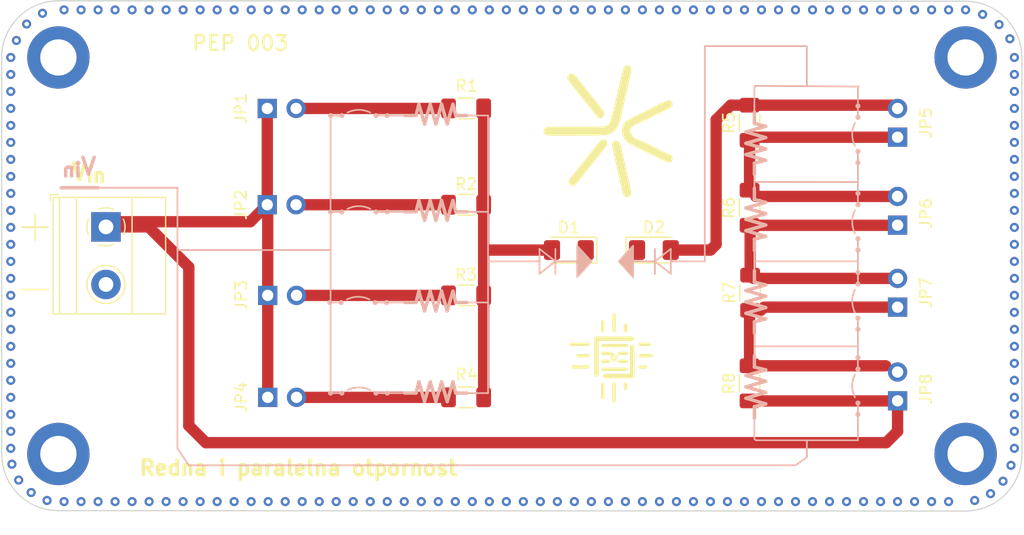
<source format=kicad_pcb>
(kicad_pcb (version 20240108) (generator "pcbnew") (generator_version "8.0")
  (layers (0 "F.Cu" signal) (31 "B.Cu" signal) (34 "B.Paste" user) (35 "F.Paste" user) (36 "B.SilkS" user "B.Silkscreen") (37 "F.SilkS" user "F.Silkscreen") (38 "B.Mask" user) (39 "F.Mask" user) (44 "Edge.Cuts" user))
  (net 0 "")
  (net 1 "0")
  (net 2 "9V")
  (footprint "PEP_library:ele_petnica_logo" (layer "F.Cu") (at 158 92.5)
    (property "Reference" "REF**" (hide yes))
    (property "Value" "ele_petnica_logo" (hide yes))
  )
  (footprint "PEP_library:JP_silk_symbol" (layer "F.Cu") (at 179.5 95)
    (property "Reference" "REF**" (hide yes))
    (property "Value" "JP_silk_symbol")
  )
  (footprint "PEP_library:R_silk_symbol" (layer "F.Cu") (at 170.375 75.2875)
    (property "Reference" "REF**" (hide yes))
    (property "Value" "R_silk_symbol")
  )
  (footprint "PEP_library:JP_silk_symbol" (layer "F.Cu") (at 179.5 87.5)
    (property "Reference" "REF**" (hide yes))
    (property "Value" "JP_silk_symbol")
  )
  (footprint "Resistor_SMD:R_1206_3216Metric_Pad1.30x1.75mm_HandSolder" (layer "F.Cu") (at 170 86.765 90)
    (property "Reference" "R7" (at 0 -1.82 90) (layer "F.SilkS"))
    (property "Value" "47k")
    (pad "1" smd roundrect (at -1.55 0 90) (size 1.3 1.75) (layers "F.Cu" "F.Paste" "F.Mask") (roundrect_rratio 0.192308))
    (pad "2" smd roundrect (at 1.55 0 90) (size 1.3 1.75) (layers "F.Cu" "F.Paste" "F.Mask") (roundrect_rratio 0.192308))
  )
  (footprint "Connector_PinHeader_2.54mm:PinHeader_1x02_P2.54mm_Vertical" (layer "F.Cu") (at 127.46 87 90)
    (property "Reference" "JP3" (at 0 -2.33 90) (layer "F.SilkS"))
    (property "Value" "Jumper")
    (pad "1" thru_hole rect (at 0 0 90) (size 1.7 1.7) (drill 1) (layers "*.Cu" "*.Mask") (net 2 "9V"))
    (pad "2" thru_hole oval (at 0 2.54 90) (size 1.7 1.7) (drill 1) (layers "*.Cu" "*.Mask"))
  )
  (footprint "TerminalBlock_Phoenix:TerminalBlock_Phoenix_MKDS-1,5-2-5.08_1x02_P5.08mm_Horizontal" (layer "F.Cu") (at 113.195 80.955 -90)
    (property "Reference" "J2" (hide yes))
    (property "Value" "Screw_Terminal_01x02")
    (pad "1" thru_hole rect (at 0 0 270) (size 2.6 2.6) (drill 1.3) (layers "*.Cu" "*.Mask") (net 2 "9V"))
    (pad "2" thru_hole circle (at 5.08 0 270) (size 2.6 2.6) (drill 1.3) (layers "*.Cu" "*.Mask") (net 1 "0"))
  )
  (footprint "PEP_library:R_silk_symbol" (layer "F.Cu") (at 170.375 68.575)
    (property "Reference" "REF**" (hide yes))
    (property "Value" "R_silk_symbol")
  )
  (footprint "Resistor_SMD:R_1206_3216Metric_Pad1.30x1.75mm_HandSolder" (layer "F.Cu") (at 169.95 71.765 90)
    (property "Reference" "R5" (at 0 -1.82 90) (layer "F.SilkS"))
    (property "Value" "47k")
    (pad "1" smd roundrect (at -1.55 0 90) (size 1.3 1.75) (layers "F.Cu" "F.Paste" "F.Mask") (roundrect_rratio 0.192308))
    (pad "2" smd roundrect (at 1.55 0 90) (size 1.3 1.75) (layers "F.Cu" "F.Paste" "F.Mask") (roundrect_rratio 0.192308))
  )
  (footprint "Connector_PinHeader_2.54mm:PinHeader_1x02_P2.54mm_Vertical" (layer "F.Cu") (at 127.42 70.5 90)
    (property "Reference" "JP1" (at 0 -2.33 90) (layer "F.SilkS"))
    (property "Value" "Jumper")
    (pad "1" thru_hole rect (at 0 0 90) (size 1.7 1.7) (drill 1) (layers "*.Cu" "*.Mask") (net 2 "9V"))
    (pad "2" thru_hole oval (at 0 2.54 90) (size 1.7 1.7) (drill 1) (layers "*.Cu" "*.Mask"))
  )
  (footprint "PEP_library:R_silk_symbol" (layer "F.Cu") (at 137.2875 79.625 90)
    (property "Reference" "REF**" (hide yes))
    (property "Value" "R_silk_symbol")
  )
  (footprint "Connector_PinHeader_2.54mm:PinHeader_1x02_P2.54mm_Vertical" (layer "F.Cu") (at 183 88.04 180)
    (property "Reference" "JP7" (at -2.5 1.275 90) (layer "F.SilkS"))
    (property "Value" "Jumper")
    (pad "1" thru_hole rect (at 0 0 180) (size 1.7 1.7) (drill 1) (layers "*.Cu" "*.Mask"))
    (pad "2" thru_hole oval (at 0 2.54 180) (size 1.7 1.7) (drill 1) (layers "*.Cu" "*.Mask"))
  )
  (footprint "LED_SMD:LED_1206_3216Metric_Pad1.42x1.75mm_HandSolder" (layer "F.Cu") (at 154.0125 83 180)
    (property "Reference" "D1" (at 0 2 0) (layer "F.SilkS"))
    (property "Value" "LED")
    (pad "1" smd roundrect (at -1.4875 0 180) (size 1.425 1.75) (layers "F.Cu" "F.Paste" "F.Mask") (roundrect_rratio 0.175439) (net 1 "0"))
    (pad "2" smd roundrect (at 1.4875 0 180) (size 1.425 1.75) (layers "F.Cu" "F.Paste" "F.Mask") (roundrect_rratio 0.175439))
  )
  (footprint "PEP_library:R_silk_symbol" (layer "F.Cu") (at 137.2875 95.625 90)
    (property "Reference" "REF**" (hide yes))
    (property "Value" "R_silk_symbol")
  )
  (footprint "Resistor_SMD:R_1206_3216Metric_Pad1.30x1.75mm_HandSolder" (layer "F.Cu") (at 144.95 79)
    (property "Reference" "R2" (at 0 -1.82 0) (layer "F.SilkS"))
    (property "Value" "470")
    (pad "1" smd roundrect (at -1.55 0) (size 1.3 1.75) (layers "F.Cu" "F.Paste" "F.Mask") (roundrect_rratio 0.192308))
    (pad "2" smd roundrect (at 1.55 0) (size 1.3 1.75) (layers "F.Cu" "F.Paste" "F.Mask") (roundrect_rratio 0.192308))
  )
  (footprint "PEP_library:R_silk_symbol" (layer "F.Cu") (at 137.2875 87.625 90)
    (property "Reference" "REF**" (hide yes))
    (property "Value" "R_silk_symbol")
  )
  (footprint "PEP_library:R_silk_symbol" (layer "F.Cu") (at 137.2875 71.125 90)
    (property "Reference" "REF**" (hide yes))
    (property "Value" "R_silk_symbol")
  )
  (footprint "Resistor_SMD:R_1206_3216Metric_Pad1.30x1.75mm_HandSolder" (layer "F.Cu") (at 169.95 79.265 90)
    (property "Reference" "R6" (at 0 -1.82 90) (layer "F.SilkS"))
    (property "Value" "4.7k")
    (pad "1" smd roundrect (at -1.55 0 90) (size 1.3 1.75) (layers "F.Cu" "F.Paste" "F.Mask") (roundrect_rratio 0.192308))
    (pad "2" smd roundrect (at 1.55 0 90) (size 1.3 1.75) (layers "F.Cu" "F.Paste" "F.Mask") (roundrect_rratio 0.192308))
  )
  (footprint "Connector_PinHeader_2.54mm:PinHeader_1x02_P2.54mm_Vertical" (layer "F.Cu") (at 183 73.04 180)
    (property "Reference" "JP5" (at -2.5 1.275 90) (layer "F.SilkS"))
    (property "Value" "Jumper")
    (pad "1" thru_hole rect (at 0 0 180) (size 1.7 1.7) (drill 1) (layers "*.Cu" "*.Mask"))
    (pad "2" thru_hole oval (at 0 2.54 180) (size 1.7 1.7) (drill 1) (layers "*.Cu" "*.Mask"))
  )
  (footprint "PEP_library:JP_silk_symbol" (layer "F.Cu") (at 135.5 95.625 -90)
    (property "Reference" "REF**" (hide yes))
    (property "Value" "JP_silk_symbol")
  )
  (footprint "Connector_PinHeader_2.54mm:PinHeader_1x02_P2.54mm_Vertical" (layer "F.Cu") (at 127.46 96 90)
    (property "Reference" "JP4" (at 0 -2.33 90) (layer "F.SilkS"))
    (property "Value" "Jumper")
    (pad "1" thru_hole rect (at 0 0 90) (size 1.7 1.7) (drill 1) (layers "*.Cu" "*.Mask") (net 2 "9V"))
    (pad "2" thru_hole oval (at 0 2.54 90) (size 1.7 1.7) (drill 1) (layers "*.Cu" "*.Mask"))
  )
  (footprint "PEP_library:JP_silk_symbol" (layer "F.Cu") (at 135.4375 87.625 -90)
    (property "Reference" "REF**" (hide yes))
    (property "Value" "JP_silk_symbol")
  )
  (footprint "PEP_library:JP_silk_symbol" (layer "F.Cu") (at 135.5 71.125 -90)
    (property "Reference" "REF**" (hide yes))
    (property "Value" "JP_silk_symbol")
  )
  (footprint "PEP_library:R_silk_symbol" (layer "F.Cu") (at 170.375 90.075)
    (property "Reference" "REF**" (hide yes))
    (property "Value" "R_silk_symbol")
  )
  (footprint "PEP_library:JP_silk_symbol" (layer "F.Cu") (at 179.5 80.5)
    (property "Reference" "REF**" (hide yes))
    (property "Value" "JP_silk_symbol")
  )
  (footprint "MountingHole:MountingHole_3.2mm_M3_ISO14580_Pad_TopBottom" (layer "F.Cu") (at 109 66)
    (property "Reference" "H2" (hide yes))
    (property "Value" "MountingHole")
    (pad "1" thru_hole circle (at 0 0) (size 3.6 3.6) (drill 3.2) (layers "*.Cu" "*.Mask"))
    (pad "1" connect circle (at 0 0) (size 5.5 5.5) (layers "F.Cu" "F.Mask"))
    (pad "1" connect circle (at 0 0) (size 5.5 5.5) (layers "B.Cu" "B.Mask"))
  )
  (footprint "Connector_PinHeader_2.54mm:PinHeader_1x02_P2.54mm_Vertical" (layer "F.Cu") (at 183 96.305 180)
    (property "Reference" "JP8" (at -2.5 1.04 -90) (layer "F.SilkS"))
    (property "Value" "Jumper")
    (pad "1" thru_hole rect (at 0 0 180) (size 1.7 1.7) (drill 1) (layers "*.Cu" "*.Mask") (net 2 "9V"))
    (pad "2" thru_hole oval (at 0 2.54 180) (size 1.7 1.7) (drill 1) (layers "*.Cu" "*.Mask"))
  )
  (footprint "Resistor_SMD:R_1206_3216Metric_Pad1.30x1.75mm_HandSolder" (layer "F.Cu") (at 169.95 94.765 90)
    (property "Reference" "R8" (at 0 -1.82 90) (layer "F.SilkS"))
    (property "Value" "470")
    (pad "1" smd roundrect (at -1.55 0 90) (size 1.3 1.75) (layers "F.Cu" "F.Paste" "F.Mask") (roundrect_rratio 0.192308) (net 2 "9V"))
    (pad "2" smd roundrect (at 1.55 0 90) (size 1.3 1.75) (layers "F.Cu" "F.Paste" "F.Mask") (roundrect_rratio 0.192308))
  )
  (footprint "Resistor_SMD:R_1206_3216Metric_Pad1.30x1.75mm_HandSolder" (layer "F.Cu") (at 144.95 70.5 180)
    (property "Reference" "R1" (at -0.05 2 0) (layer "F.SilkS"))
    (property "Value" "4.7k")
    (pad "1" smd roundrect (at -1.55 0 180) (size 1.3 1.75) (layers "F.Cu" "F.Paste" "F.Mask") (roundrect_rratio 0.192308))
    (pad "2" smd roundrect (at 1.55 0 180) (size 1.3 1.75) (layers "F.Cu" "F.Paste" "F.Mask") (roundrect_rratio 0.192308))
  )
  (footprint "LED_SMD:LED_1206_3216Metric_Pad1.42x1.75mm_HandSolder" (layer "F.Cu") (at 161.5125 83)
    (property "Reference" "D2" (at 0 -2 0) (layer "F.SilkS"))
    (property "Value" "LED")
    (pad "1" smd roundrect (at -1.4875 0) (size 1.425 1.75) (layers "F.Cu" "F.Paste" "F.Mask") (roundrect_rratio 0.175439) (net 1 "0"))
    (pad "2" smd roundrect (at 1.4875 0) (size 1.425 1.75) (layers "F.Cu" "F.Paste" "F.Mask") (roundrect_rratio 0.175439))
  )
  (footprint "Resistor_SMD:R_1206_3216Metric_Pad1.30x1.75mm_HandSolder" (layer "F.Cu") (at 144.95 96 180)
    (property "Reference" "R4" (at -0.05 2 0) (layer "F.SilkS"))
    (property "Value" "4.7k")
    (pad "1" smd roundrect (at -1.55 0 180) (size 1.3 1.75) (layers "F.Cu" "F.Paste" "F.Mask") (roundrect_rratio 0.192308))
    (pad "2" smd roundrect (at 1.55 0 180) (size 1.3 1.75) (layers "F.Cu" "F.Paste" "F.Mask") (roundrect_rratio 0.192308))
  )
  (footprint "logo:logo" (layer "F.Cu") (at 157.5 72.5)
    (property "Reference" "G***" (hide yes))
    (property "Value" "LOGO" (hide yes))
  )
  (footprint "Resistor_SMD:R_1206_3216Metric_Pad1.30x1.75mm_HandSolder" (layer "F.Cu") (at 144.95 87)
    (property "Reference" "R3" (at 0 -1.82 0) (layer "F.SilkS"))
    (property "Value" "470")
    (pad "1" smd roundrect (at -1.55 0) (size 1.3 1.75) (layers "F.Cu" "F.Paste" "F.Mask") (roundrect_rratio 0.192308))
    (pad "2" smd roundrect (at 1.55 0) (size 1.3 1.75) (layers "F.Cu" "F.Paste" "F.Mask") (roundrect_rratio 0.192308))
  )
  (footprint "PEP_library:R_silk_symbol" (layer "F.Cu") (at 170.375 82.575)
    (property "Reference" "REF**" (hide yes))
    (property "Value" "R_silk_symbol")
  )
  (footprint "PEP_library:JP_silk_symbol" (layer "F.Cu") (at 179.5 72.7875)
    (property "Reference" "REF**" (hide yes))
    (property "Value" "JP_silk_symbol")
  )
  (footprint "MountingHole:MountingHole_3.2mm_M3_ISO14580_Pad_TopBottom" (layer "F.Cu") (at 109 101 -90)
    (property "Reference" "H1" (hide yes))
    (property "Value" "MountingHole")
    (pad "1" thru_hole circle (at 0 0 270) (size 3.6 3.6) (drill 3.2) (layers "*.Cu" "*.Mask"))
    (pad "1" connect circle (at 0 0 270) (size 5.5 5.5) (layers "F.Cu" "F.Mask"))
    (pad "1" connect circle (at 0 0 270) (size 5.5 5.5) (layers "B.Cu" "B.Mask"))
  )
  (footprint "PEP_library:JP_silk_symbol" (layer "F.Cu") (at 135.5 79.625 -90)
    (property "Reference" "REF**" (hide yes))
    (property "Value" "JP_silk_symbol")
  )
  (footprint "MountingHole:MountingHole_3.2mm_M3_ISO14580_Pad_TopBottom" (layer "F.Cu") (at 189 66)
    (property "Reference" "H3" (hide yes))
    (property "Value" "MountingHole")
    (pad "1" thru_hole circle (at 0 0) (size 3.6 3.6) (drill 3.2) (layers "*.Cu" "*.Mask"))
    (pad "1" connect circle (at 0 0) (size 5.5 5.5) (layers "F.Cu" "F.Mask"))
    (pad "1" connect circle (at 0 0) (size 5.5 5.5) (layers "B.Cu" "B.Mask"))
  )
  (footprint "MountingHole:MountingHole_3.2mm_M3_ISO14580_Pad_TopBottom" (layer "F.Cu") (at 189 101)
    (property "Reference" "H4" (hide yes))
    (property "Value" "MountingHole")
    (pad "1" thru_hole circle (at 0 0) (size 3.6 3.6) (drill 3.2) (layers "*.Cu" "*.Mask"))
    (pad "1" connect circle (at 0 0) (size 5.5 5.5) (layers "F.Cu" "F.Mask"))
    (pad "1" connect circle (at 0 0) (size 5.5 5.5) (layers "B.Cu" "B.Mask"))
  )
  (footprint "Connector_PinHeader_2.54mm:PinHeader_1x02_P2.54mm_Vertical" (layer "F.Cu") (at 127.42 79 90)
    (property "Reference" "JP2" (at 0 -2.33 90) (layer "F.SilkS"))
    (property "Value" "Jumper")
    (pad "1" thru_hole rect (at 0 0 90) (size 1.7 1.7) (drill 1) (layers "*.Cu" "*.Mask") (net 2 "9V"))
    (pad "2" thru_hole oval (at 0 2.54 90) (size 1.7 1.7) (drill 1) (layers "*.Cu" "*.Mask"))
  )
  (footprint "Connector_PinHeader_2.54mm:PinHeader_1x02_P2.54mm_Vertical" (layer "F.Cu") (at 183 80.805 180)
    (property "Reference" "JP6" (at -2.5 1.04 -90) (layer "F.SilkS"))
    (property "Value" "Jumper")
    (pad "1" thru_hole rect (at 0 0 180) (size 1.7 1.7) (drill 1) (layers "*.Cu" "*.Mask"))
    (pad "2" thru_hole oval (at 0 2.54 180) (size 1.7 1.7) (drill 1) (layers "*.Cu" "*.Mask"))
  )
  (gr_line (start 151.423982 82.89638) (end 152.823982 83.99638) (stroke (width 0.15)) (layer "B.SilkS"))
  (gr_line (start 170.375 99.675) (end 170.5 99.7875) (stroke (width 0.15)) (layer "B.SilkS"))
  (gr_line (start 174 102) (end 123.5 102) (stroke (width 0.15)) (layer "B.SilkS"))
  (gr_poly (pts (xy 154.75 82.625) (xy 154.75 85.375) (xy 156 84)) (stroke (width 0.15)) (fill solid) (layer "B.SilkS"))
  (gr_line (start 179.499996 83.145773) (end 179.504223 85.854227) (stroke (width 0.15)) (layer "B.SilkS"))
  (gr_line (start 175 68.5375) (end 175 65) (stroke (width 0.15)) (layer "B.SilkS"))
  (gr_line (start 119.5 100.5) (end 119.5 77.5) (stroke (width 0.15)) (layer "B.SilkS"))
  (gr_line (start 179.5625 68.56875) (end 179.5 68.7875) (stroke (width 0.15)) (layer "B.SilkS"))
  (gr_line (start 166 65) (end 166 84) (stroke (width 0.15)) (layer "B.SilkS"))
  (gr_line (start 133 71.270769) (end 133 95.770769) (stroke (width 0.15)) (layer "B.SilkS"))
  (gr_line (start 179.499996 74.7875) (end 179.499996 78) (stroke (width 0.15)) (layer "B.SilkS"))
  (gr_line (start 170.4375 68.50625) (end 179.5625 68.56875) (stroke (width 0.15)) (layer "B.SilkS"))
  (gr_line (start 161.6 85.09638) (end 161.6 82.89638) (stroke (width 0.15)) (layer "B.SilkS"))
  (gr_line (start 179.499996 97.5) (end 179.5 99.2875) (stroke (width 0.15)) (layer "B.SilkS"))
  (gr_line (start 170.4375 68.50625) (end 170.375 68.725) (stroke (width 0.15)) (layer "B.SilkS"))
  (gr_line (start 151.423982 85.09638) (end 151.423982 82.89638) (stroke (width 0.15)) (layer "B.SilkS"))
  (gr_line (start 170.5 84) (end 179.5 84) (stroke (width 0.15)) (layer "B.SilkS"))
  (gr_line (start 170.5 91.5) (end 179.5 91.5) (stroke (width 0.15)) (layer "B.SilkS"))
  (gr_line (start 179.5 99.2875) (end 179.5 99.7875) (stroke (width 0.15)) (layer "B.SilkS"))
  (gr_line (start 120.5 102) (end 119.5 100.5) (stroke (width 0.15)) (layer "B.SilkS"))
  (gr_line (start 152.823982 83.99638) (end 151.423982 85.09638) (stroke (width 0.15)) (layer "B.SilkS"))
  (gr_line (start 163 85.09638) (end 163 82.89638) (stroke (width 0.15)) (layer "B.SilkS"))
  (gr_line (start 161.6 83.99638) (end 163 85.09638) (stroke (width 0.15)) (layer "B.SilkS"))
  (gr_line (start 110 77.5) (end 119.5 77.5) (stroke (width 0.15)) (layer "B.SilkS"))
  (gr_line (start 174 102) (end 175 101.2875) (stroke (width 0.15)) (layer "B.SilkS"))
  (gr_line (start 163 82.89638) (end 161.6 83.99638) (stroke (width 0.15)) (layer "B.SilkS"))
  (gr_line (start 175 99.7875) (end 175 101.2875) (stroke (width 0.15)) (layer "B.SilkS"))
  (gr_line (start 123.5 102) (end 120.5 102) (stroke (width 0.15)) (layer "B.SilkS"))
  (gr_line (start 179.504223 70.2875) (end 179.5 68.7875) (stroke (width 0.15)) (layer "B.SilkS"))
  (gr_line (start 146.8875 71.125) (end 146.8875 95.625) (stroke (width 0.15)) (layer "B.SilkS"))
  (gr_line (start 175 65) (end 166 65) (stroke (width 0.15)) (layer "B.SilkS"))
  (gr_line (start 179.499996 90) (end 179.504223 92.5) (stroke (width 0.15)) (layer "B.SilkS"))
  (gr_line (start 170.5 99.7875) (end 179.5 99.7875) (stroke (width 0.15)) (layer "B.SilkS"))
  (gr_line (start 166 84) (end 163 83.99638) (stroke (width 0.15)) (layer "B.SilkS"))
  (gr_line (start 152.823982 85.09638) (end 152.823982 82.89638) (stroke (width 0.15)) (layer "B.SilkS"))
  (gr_line (start 170.375 76.9875) (end 179.5 77) (stroke (width 0.15)) (layer "B.SilkS"))
  (gr_line (start 152.823982 83.99638) (end 155.5 84) (stroke (width 0.15)) (layer "B.SilkS"))
  (gr_line (start 119.5 77.5) (end 113.5 77.5) (stroke (width 0.15)) (layer "B.SilkS"))
  (gr_poly (pts (xy 159.673982 82.625) (xy 159.673982 85.375) (xy 158.423982 84)) (stroke (width 0.15)) (fill solid) (layer "B.SilkS"))
  (gr_line (start 151.423982 83.99638) (end 147 84) (stroke (width 0.15)) (layer "B.SilkS"))
  (gr_line (start 112.5 77.5) (end 109.25 77.5) (stroke (width 0.3)) (layer "B.SilkS"))
  (gr_line (start 119.5 83) (end 133 83) (stroke (width 0.15)) (layer "B.SilkS"))
  (gr_line (start 161.6 83.99638) (end 158.923982 84) (stroke (width 0.15)) (layer "B.SilkS"))
  (gr_line (start 193.964466 101.035534) (end 193.964464 66.035534) (stroke (width 0.1)) (layer "Edge.Cuts"))
  (gr_arc (start 104 66) (mid 105.464467 62.464467) (end 109 61) (stroke (width 0.1)) (layer "Edge.Cuts"))
  (gr_arc (start 188.964466 61.035534) (mid 192.5 62.5) (end 193.964464 66.035534) (stroke (width 0.1)) (layer "Edge.Cuts"))
  (gr_line (start 104 66) (end 104 101) (stroke (width 0.1)) (layer "Edge.Cuts"))
  (gr_arc (start 193.964466 101.035534) (mid 192.5 104.571068) (end 188.964466 106.035534) (stroke (width 0.1)) (layer "Edge.Cuts"))
  (gr_line (start 109 106) (end 188.964466 106.035534) (stroke (width 0.1)) (layer "Edge.Cuts"))
  (gr_arc (start 109 106) (mid 105.464467 104.535533) (end 104 101) (stroke (width 0.1)) (layer "Edge.Cuts"))
  (gr_line (start 188.964466 61.035534) (end 109 61) (stroke (width 0.1)) (layer "Edge.Cuts"))
  (gr_text "V_{in}\n" (at 112.5 76.5 0) (layer "B.SilkS") (effects (font (size 1.5 1.5) (thickness 0.3) (bold yes)) (justify left bottom mirror)))
  (gr_text "V_{in} \n" (at 110 77 0) (layer "F.SilkS") (effects (font (size 1.5 1.5) (thickness 0.3) (bold yes)) (justify left bottom)))
  (gr_text "Redna i paralelna otpornost" (at 116 103 0) (layer "F.SilkS") (effects (font (size 1.3 1.3) (thickness 0.3) (bold yes)) (justify left bottom)))
  (gr_text "+" (at 105 82.5 0) (layer "F.SilkS") (effects (font (size 3 3)) (justify left bottom)))
  (gr_text "-" (at 105 88 0) (layer "F.SilkS") (effects (font (size 3 3)) (justify left bottom)))
  (gr_text "PEP 003" (at 120.68 65.5 0) (layer "F.SilkS") (effects (font (size 1.3 1.3) (thickness 0.2) (bold yes)) (justify left bottom)))
  (segment (start 183 93.765) (end 182.5 93.765) (width 0.25) (layer "F.Cu") (net 0))
  (segment (start 166.5 83) (end 167 82.5) (width 1) (layer "F.Cu") (net 0))
  (segment (start 182.5 93.765) (end 181.95 93.215) (width 0.25) (layer "F.Cu") (net 0))
  (segment (start 169.95 77.715) (end 169.95 73.315) (width 1) (layer "F.Cu") (net 0))
  (segment (start 130 87) (end 143.4 87) (width 1) (layer "F.Cu") (net 0))
  (segment (start 183 73.04) (end 170.225 73.04) (width 1) (layer "F.Cu") (net 0))
  (segment (start 146.5 83) (end 146.5 79) (width 1) (layer "F.Cu") (net 0))
  (segment (start 130 96) (end 143.4 96) (width 1) (layer "F.Cu") (net 0))
  (segment (start 169.95 88.365) (end 170 88.315) (width 0.25) (layer "F.Cu") (net 0))
  (segment (start 167 71.5) (end 168.285 70.215) (width 1) (layer "F.Cu") (net 0))
  (segment (start 183 78.265) (end 170.5 78.265) (width 1) (layer "F.Cu") (net 0))
  (segment (start 170.285 85.5) (end 170 85.215) (width 0.25) (layer "F.Cu") (net 0))
  (segment (start 170 85.215) (end 170 80.865) (width 1) (layer "F.Cu") (net 0))
  (segment (start 182.715 70.215) (end 169.95 70.215) (width 1) (layer "F.Cu") (net 0))
  (segment (start 129.96 79) (end 143.4 79) (width 1) (layer "F.Cu") (net 0))
  (segment (start 146.5 83) (end 152.525 83) (width 1) (layer "F.Cu") (net 0))
  (segment (start 170 80.865) (end 169.95 80.815) (width 0.25) (layer "F.Cu") (net 0))
  (segment (start 168.285 70.215) (end 169.95 70.215) (width 1) (layer "F.Cu") (net 0))
  (segment (start 146.5 96) (end 146.5 87) (width 1) (layer "F.Cu") (net 0))
  (segment (start 167 82.5) (end 167 71.5) (width 1) (layer "F.Cu") (net 0))
  (segment (start 146.5 87) (end 146.5 83) (width 1) (layer "F.Cu") (net 0))
  (segment (start 183 70.5) (end 182.715 70.215) (width 0.25) (layer "F.Cu") (net 0))
  (segment (start 182.99 80.815) (end 183 80.805) (width 0.25) (layer "F.Cu") (net 0))
  (segment (start 146.5 70.5) (end 146.5 79) (width 1) (layer "F.Cu") (net 0))
  (segment (start 163 83) (end 166.5 83) (width 1) (layer "F.Cu") (net 0))
  (segment (start 181.95 93.215) (end 169.95 93.215) (width 1) (layer "F.Cu") (net 0))
  (segment (start 169.95 93.215) (end 169.95 88.365) (width 1) (layer "F.Cu") (net 0))
  (segment (start 170.5 78.265) (end 169.95 77.715) (width 0.25) (layer "F.Cu") (net 0))
  (segment (start 169.95 80.815) (end 182.99 80.815) (width 1) (layer "F.Cu") (net 0))
  (segment (start 170.225 73.04) (end 169.95 73.315) (width 0.25) (layer "F.Cu") (net 0))
  (segment (start 170.95 88.315) (end 171.225 88.04) (width 0.25) (layer "F.Cu") (net 0))
  (segment (start 170 88.315) (end 170.95 88.315) (width 1) (layer "F.Cu") (net 0))
  (segment (start 129.96 70.5) (end 143.4 70.5) (width 1) (layer "F.Cu") (net 0))
  (segment (start 171.225 88.04) (end 183 88.04) (width 1) (layer "F.Cu") (net 0))
  (segment (start 183 85.5) (end 170.285 85.5) (width 1) (layer "F.Cu") (net 0))
  (via (at 159 105.2) (size 0.8) (drill 0.4) (layers "F.Cu" "B.Cu") (net 1))
  (via (at 126 105.2) (size 0.8) (drill 0.4) (layers "F.Cu" "B.Cu") (net 1))
  (via (at 168 105.2) (size 0.8) (drill 0.4) (layers "F.Cu" "B.Cu") (net 1))
  (via (at 189 61.8) (size 0.8) (drill 0.4) (layers "F.Cu" "B.Cu") (net 1))
  (via (at 148.5 61.8) (size 0.8) (drill 0.4) (layers "F.Cu" "B.Cu") (net 1))
  (via (at 162 61.8) (size 0.8) (drill 0.4) (layers "F.Cu" "B.Cu") (net 1))
  (via (at 151.5 105.2) (size 0.8) (drill 0.4) (layers "F.Cu" "B.Cu") (net 1))
  (via (at 104.8 72) (size 0.8) (drill 0.4) (layers "F.Cu" "B.Cu") (net 1))
  (via (at 104.8 76.5) (size 0.8) (drill 0.4) (layers "F.Cu" "B.Cu") (net 1))
  (via (at 104.8 96) (size 0.8) (drill 0.4) (layers "F.Cu" "B.Cu") (net 1))
  (via (at 120 61.8) (size 0.8) (drill 0.4) (layers "F.Cu" "B.Cu") (net 1))
  (via (at 127.5 61.8) (size 0.8) (drill 0.4) (layers "F.Cu" "B.Cu") (net 1))
  (via (at 104.8 84) (size 0.8) (drill 0.4) (layers "F.Cu" "B.Cu") (net 1))
  (via (at 109.5 105.2) (size 0.8) (drill 0.4) (layers "F.Cu" "B.Cu") (net 1))
  (via (at 193.3 82.5) (size 0.8) (drill 0.4) (layers "F.Cu" "B.Cu") (net 1))
  (via (at 107.6 62.1) (size 0.8) (drill 0.4) (layers "F.Cu" "B.Cu") (net 1))
  (via (at 160.5 105.2) (size 0.8) (drill 0.4) (layers "F.Cu" "B.Cu") (net 1))
  (via (at 193.3 67.5) (size 0.8) (drill 0.4) (layers "F.Cu" "B.Cu") (net 1))
  (via (at 120 105.2) (size 0.8) (drill 0.4) (layers "F.Cu" "B.Cu") (net 1))
  (via (at 104.8 97.5) (size 0.8) (drill 0.4) (layers "F.Cu" "B.Cu") (net 1))
  (via (at 153 61.8) (size 0.8) (drill 0.4) (layers "F.Cu" "B.Cu") (net 1))
  (via (at 144 61.8) (size 0.8) (drill 0.4) (layers "F.Cu" "B.Cu") (net 1))
  (via (at 180 105.2) (size 0.8) (drill 0.4) (layers "F.Cu" "B.Cu") (net 1))
  (via (at 105.5 103.3) (size 0.8) (drill 0.4) (layers "F.Cu" "B.Cu") (net 1))
  (via (at 178.5 105.2) (size 0.8) (drill 0.4) (layers "F.Cu" "B.Cu") (net 1))
  (via (at 111 61.8) (size 0.8) (drill 0.4) (layers "F.Cu" "B.Cu") (net 1))
  (via (at 162 105.2) (size 0.8) (drill 0.4) (layers "F.Cu" "B.Cu") (net 1))
  (via (at 124.5 61.8) (size 0.8) (drill 0.4) (layers "F.Cu" "B.Cu") (net 1))
  (via (at 192.9 64.35) (size 0.8) (drill 0.4) (layers "F.Cu" "B.Cu") (net 1))
  (via (at 193.3 84) (size 0.8) (drill 0.4) (layers "F.Cu" "B.Cu") (net 1))
  (via (at 115.5 61.8) (size 0.8) (drill 0.4) (layers "F.Cu" "B.Cu") (net 1))
  (via (at 193.3 91.5) (size 0.8) (drill 0.4) (layers "F.Cu" "B.Cu") (net 1))
  (via (at 109.5 61.8) (size 0.8) (drill 0.4) (layers "F.Cu" "B.Cu") (net 1))
  (via (at 129 61.8) (size 0.8) (drill 0.4) (layers "F.Cu" "B.Cu") (net 1))
  (via (at 114 105.2) (size 0.8) (drill 0.4) (layers "F.Cu" "B.Cu") (net 1))
  (via (at 163.5 105.2) (size 0.8) (drill 0.4) (layers "F.Cu" "B.Cu") (net 1))
  (via (at 112.5 61.8) (size 0.8) (drill 0.4) (layers "F.Cu" "B.Cu") (net 1))
  (via (at 159 61.8) (size 0.8) (drill 0.4) (layers "F.Cu" "B.Cu") (net 1))
  (via (at 145.5 61.8) (size 0.8) (drill 0.4) (layers "F.Cu" "B.Cu") (net 1))
  (via (at 129 105.2) (size 0.8) (drill 0.4) (layers "F.Cu" "B.Cu") (net 1))
  (via (at 169.5 105.2) (size 0.8) (drill 0.4) (layers "F.Cu" "B.Cu") (net 1))
  (via (at 151.5 61.8) (size 0.8) (drill 0.4) (layers "F.Cu" "B.Cu") (net 1))
  (via (at 165 105.2) (size 0.8) (drill 0.4) (layers "F.Cu" "B.Cu") (net 1))
  (via (at 157.5 105.2) (size 0.8) (drill 0.4) (layers "F.Cu" "B.Cu") (net 1))
  (via (at 104.8 90) (size 0.8) (drill 0.4) (layers "F.Cu" "B.Cu") (net 1))
  (via (at 191.95 63.1) (size 0.8) (drill 0.4) (layers "F.Cu" "B.Cu") (net 1))
  (via (at 141 61.8) (size 0.8) (drill 0.4) (layers "F.Cu" "B.Cu") (net 1))
  (via (at 132 61.8) (size 0.8) (drill 0.4) (layers "F.Cu" "B.Cu") (net 1))
  (via (at 106.6 104.4) (size 0.8) (drill 0.4) (layers "F.Cu" "B.Cu") (net 1))
  (via (at 186 61.8) (size 0.8) (drill 0.4) (layers "F.Cu" "B.Cu") (net 1))
  (via (at 104.8 82.5) (size 0.8) (drill 0.4) (layers "F.Cu" "B.Cu") (net 1))
  (via (at 104.8 66) (size 0.8) (drill 0.4) (layers "F.Cu" "B.Cu") (net 1))
  (via (at 157.5 61.8) (size 0.8) (drill 0.4) (layers "F.Cu" "B.Cu") (net 1))
  (via (at 118.5 105.2) (size 0.8) (drill 0.4) (layers "F.Cu" "B.Cu") (net 1))
  (via (at 104.8 75) (size 0.8) (drill 0.4) (layers "F.Cu" "B.Cu") (net 1))
  (via (at 145.5 105.2) (size 0.8) (drill 0.4) (layers "F.Cu" "B.Cu") (net 1))
  (via (at 166.5 105.2) (size 0.8) (drill 0.4) (layers "F.Cu" "B.Cu") (net 1))
  (via (at 104.8 99) (size 0.8) (drill 0.4) (layers "F.Cu" "B.Cu") (net 1))
  (via (at 165 61.8) (size 0.8) (drill 0.4) (layers "F.Cu" "B.Cu") (net 1))
  (via (at 193.3 99) (size 0.8) (drill 0.4) (layers "F.Cu" "B.Cu") (net 1))
  (via (at 150 105.2) (size 0.8) (drill 0.4) (layers "F.Cu" "B.Cu") (net 1))
  (via (at 104.8 79.5) (size 0.8) (drill 0.4) (layers "F.Cu" "B.Cu") (net 1))
  (via (at 181.5 61.8) (size 0.8) (drill 0.4) (layers "F.Cu" "B.Cu") (net 1))
  (via (at 171 105.2) (size 0.8) (drill 0.4) (layers "F.Cu" "B.Cu") (net 1))
  (via (at 148.5 105.2) (size 0.8) (drill 0.4) (layers "F.Cu" "B.Cu") (net 1))
  (via (at 172.5 105.2) (size 0.8) (drill 0.4) (layers "F.Cu" "B.Cu") (net 1))
  (via (at 130.5 61.8) (size 0.8) (drill 0.4) (layers "F.Cu" "B.Cu") (net 1))
  (via (at 193.3 70.5) (size 0.8) (drill 0.4) (layers "F.Cu" "B.Cu") (net 1))
  (via (at 141 105.2) (size 0.8) (drill 0.4) (layers "F.Cu" "B.Cu") (net 1))
  (via (at 142.5 61.8) (size 0.8) (drill 0.4) (layers "F.Cu" "B.Cu") (net 1))
  (via (at 184.5 61.8) (size 0.8) (drill 0.4) (layers "F.Cu" "B.Cu") (net 1))
  (via (at 104.8 67.5) (size 0.8) (drill 0.4) (layers "F.Cu" "B.Cu") (net 1))
  (via (at 168 61.8) (size 0.8) (drill 0.4) (layers "F.Cu" "B.Cu") (net 1))
  (via (at 193.3 93) (size 0.8) (drill 0.4) (layers "F.Cu" "B.Cu") (net 1))
  (via (at 193.3 100.5) (size 0.8) (drill 0.4) (layers "F.Cu" "B.Cu") (net 1))
  (via (at 150 61.8) (size 0.8) (drill 0.4) (layers "F.Cu" "B.Cu") (net 1))
  (via (at 174 61.8) (size 0.8) (drill 0.4) (layers "F.Cu" "B.Cu") (net 1))
  (via (at 104.8 70.5) (size 0.8) (drill 0.4) (layers "F.Cu" "B.Cu") (net 1))
  (via (at 118.5 61.8) (size 0.8) (drill 0.4) (layers "F.Cu" "B.Cu") (net 1))
  (via (at 193.3 69) (size 0.8) (drill 0.4) (layers "F.Cu" "B.Cu") (net 1))
  (via (at 144 61.8) (size 0.8) (drill 0.4) (layers "F.Cu" "B.Cu") (net 1))
  (via (at 104.8 69) (size 0.8) (drill 0.4) (layers "F.Cu" "B.Cu") (net 1))
  (via (at 169.5 61.8) (size 0.8) (drill 0.4) (layers "F.Cu" "B.Cu") (net 1))
  (via (at 187.5 61.8) (size 0.8) (drill 0.4) (layers "F.Cu" "B.Cu") (net 1))
  (via (at 175.5 105.2) (size 0.8) (drill 0.4) (layers "F.Cu" "B.Cu") (net 1))
  (via (at 183 61.8) (size 0.8) (drill 0.4) (layers "F.Cu" "B.Cu") (net 1))
  (via (at 171 61.8) (size 0.8) (drill 0.4) (layers "F.Cu" "B.Cu") (net 1))
  (via (at 193.3 73.5) (size 0.8) (drill 0.4) (layers "F.Cu" "B.Cu") (net 1))
  (via (at 187.5 105.2) (size 0.8) (drill 0.4) (layers "F.Cu" "B.Cu") (net 1))
  (via (at 106.2 63.05) (size 0.8) (drill 0.4) (layers "F.Cu" "B.Cu") (net 1))
  (via (at 191.2 104.5) (size 0.8) (drill 0.4) (layers "F.Cu" "B.Cu") (net 1))
  (via (at 121.5 105.2) (size 0.8) (drill 0.4) (layers "F.Cu" "B.Cu") (net 1))
  (via (at 154.5 61.8) (size 0.8) (drill 0.4) (layers "F.Cu" "B.Cu") (net 1))
  (via (at 121.5 61.8) (size 0.8) (drill 0.4) (layers "F.Cu" "B.Cu") (net 1))
  (via (at 104.8 81) (size 0.8) (drill 0.4) (layers "F.Cu" "B.Cu") (net 1))
  (via (at 193.3 96) (size 0.8) (drill 0.4) (layers "F.Cu" "B.Cu") (net 1))
  (via (at 177 105.2) (size 0.8) (drill 0.4) (layers "F.Cu" "B.Cu") (net 1))
  (via (at 139.5 61.8) (size 0.8) (drill 0.4) (layers "F.Cu" "B.Cu") (net 1))
  (via (at 154.5 105.2) (size 0.8) (drill 0.4) (layers "F.Cu" "B.Cu") (net 1))
  (via (at 127.5 105.2) (size 0.8) (drill 0.4) (layers "F.Cu" "B.Cu") (net 1))
  (via (at 193.3 75) (size 0.8) (drill 0.4) (layers "F.Cu" "B.Cu") (net 1))
  (via (at 133.5 105.2) (size 0.8) (drill 0.4) (layers "F.Cu" "B.Cu") (net 1))
  (via (at 124.5 105.2) (size 0.8) (drill 0.4) (layers "F.Cu" "B.Cu") (net 1))
  (via (at 193.3 81) (size 0.8) (drill 0.4) (layers "F.Cu" "B.Cu") (net 1))
  (via (at 133.5 61.8) (size 0.8) (drill 0.4) (layers "F.Cu" "B.Cu") (net 1))
  (via (at 147 105.2) (size 0.8) (drill 0.4) (layers "F.Cu" "B.Cu") (net 1))
  (via (at 160.5 61.8) (size 0.8) (drill 0.4) (layers "F.Cu" "B.Cu") (net 1))
  (via (at 172.5 61.8) (size 0.8) (drill 0.4) (layers "F.Cu" "B.Cu") (net 1))
  (via (at 193.3 79.5) (size 0.8) (drill 0.4) (layers "F.Cu" "B.Cu") (net 1))
  (via (at 166.5 61.8) (size 0.8) (drill 0.4) (layers "F.Cu" "B.Cu") (net 1))
  (via (at 147 61.8) (size 0.8) (drill 0.4) (layers "F.Cu" "B.Cu") (net 1))
  (via (at 193.3 87) (size 0.8) (drill 0.4) (layers "F.Cu" "B.Cu") (net 1))
  (via (at 193.3 94.5) (size 0.8) (drill 0.4) (layers "F.Cu" "B.Cu") (net 1))
  (via (at 104.8 85.5) (size 0.8) (drill 0.4) (layers "F.Cu" "B.Cu") (net 1))
  (via (at 192.3 103.4) (size 0.8) (drill 0.4) (layers "F.Cu" "B.Cu") (net 1))
  (via (at 193.3 66) (size 0.8) (drill 0.4) (layers "F.Cu" "B.Cu") (net 1))
  (via (at 163.5 61.8) (size 0.8) (drill 0.4) (layers "F.Cu" "B.Cu") (net 1))
  (via (at 184.5 105.2) (size 0.8) (drill 0.4) (layers "F.Cu" "B.Cu") (net 1))
  (via (at 123 61.8) (size 0.8) (drill 0.4) (layers "F.Cu" "B.Cu") (net 1))
  (via (at 156 61.8) (size 0.8) (drill 0.4) (layers "F.Cu" "B.Cu") (net 1))
  (via (at 139.5 105.2) (size 0.8) (drill 0.4) (layers "F.Cu" "B.Cu") (net 1))
  (via (at 114 61.8) (size 0.8) (drill 0.4) (layers "F.Cu" "B.Cu") (net 1))
  (via (at 115.5 105.2) (size 0.8) (drill 0.4) (layers "F.Cu" "B.Cu") (net 1))
  (via (at 138 61.8) (size 0.8) (drill 0.4) (layers "F.Cu" "B.Cu") (net 1))
  (via (at 117 61.8) (size 0.8) (drill 0.4) (layers "F.Cu" "B.Cu") (net 1))
  (via (at 193.3 72) (size 0.8) (drill 0.4) (layers "F.Cu" "B.Cu") (net 1))
  (via (at 126 61.8) (size 0.8) (drill 0.4) (layers "F.Cu" "B.Cu") (net 1))
  (via (at 123 105.2) (size 0.8) (drill 0.4) (layers "F.Cu" "B.Cu") (net 1))
  (via (at 142.5 105.2) (size 0.8) (drill 0.4) (layers "F.Cu" "B.Cu") (net 1))
  (via (at 175.5 61.8) (size 0.8) (drill 0.4) (layers "F.Cu" "B.Cu") (net 1))
  (via (at 193 102) (size 0.8) (drill 0.4) (layers "F.Cu" "B.Cu") (net 1))
  (via (at 105.3 64.5) (size 0.8) (drill 0.4) (layers "F.Cu" "B.Cu") (net 1))
  (via (at 136.5 61.8) (size 0.8) (drill 0.4) (layers "F.Cu" "B.Cu") (net 1))
  (via (at 132 105.2) (size 0.8) (drill 0.4) (layers "F.Cu" "B.Cu") (net 1))
  (via (at 135 105.2) (size 0.8) (drill 0.4) (layers "F.Cu" "B.Cu") (net 1))
  (via (at 193.3 90) (size 0.8) (drill 0.4) (layers "F.Cu" "B.Cu") (net 1))
  (via (at 174 105.2) (size 0.8) (drill 0.4) (layers "F.Cu" "B.Cu") (net 1))
  (via (at 190.5 62.2) (size 0.8) (drill 0.4) (layers "F.Cu" "B.Cu") (net 1))
  (via (at 104.8 73.5) (size 0.8) (drill 0.4) (layers "F.Cu" "B.Cu") (net 1))
  (via (at 104.8 87) (size 0.8) (drill 0.4) (layers "F.Cu" "B.Cu") (net 1))
  (via (at 193.3 85.5) (size 0.8) (drill 0.4) (layers "F.Cu" "B.Cu") (net 1))
  (via (at 104.8 78) (size 0.8) (drill 0.4) (layers "F.Cu" "B.Cu") (net 1))
  (via (at 104.9 101.9) (size 0.8) (drill 0.4) (layers "F.Cu" "B.Cu") (net 1))
  (via (at 135 61.8) (size 0.8) (drill 0.4) (layers "F.Cu" "B.Cu") (net 1))
  (via (at 104.8 100.5) (size 0.8) (drill 0.4) (layers "F.Cu" "B.Cu") (net 1))
  (via (at 136.5 105.2) (size 0.8) (drill 0.4) (layers "F.Cu" "B.Cu") (net 1))
  (via (at 138 105.2) (size 0.8) (drill 0.4) (layers "F.Cu" "B.Cu") (net 1))
  (via (at 153 105.2) (size 0.8) (drill 0.4) (layers "F.Cu" "B.Cu") (net 1))
  (via (at 193.3 88.5) (size 0.8) (drill 0.4) (layers "F.Cu" "B.Cu") (net 1))
  (via (at 104.8 88.5) (size 0.8) (drill 0.4) (layers "F.Cu" "B.Cu") (net 1))
  (via (at 193.3 97.5) (size 0.8) (drill 0.4) (layers "F.Cu" "B.Cu") (net 1))
  (via (at 193.3 76.5) (size 0.8) (drill 0.4) (layers "F.Cu" "B.Cu") (net 1))
  (via (at 144 105.2) (size 0.8) (drill 0.4) (layers "F.Cu" "B.Cu") (net 1))
  (via (at 180 61.8) (size 0.8) (drill 0.4) (layers "F.Cu" "B.Cu") (net 1))
  (via (at 177 61.8) (size 0.8) (drill 0.4) (layers "F.Cu" "B.Cu") (net 1))
  (via (at 111 105.2) (size 0.8) (drill 0.4) (layers "F.Cu" "B.Cu") (net 1))
  (via (at 130.5 105.2) (size 0.8) (drill 0.4) (layers "F.Cu" "B.Cu") (net 1))
  (via (at 193.3 78) (size 0.8) (drill 0.4) (layers "F.Cu" "B.Cu") (net 1))
  (via (at 186 105.2) (size 0.8) (drill 0.4) (layers "F.Cu" "B.Cu") (net 1))
  (via (at 104.8 91.5) (size 0.8) (drill 0.4) (layers "F.Cu" "B.Cu") (net 1))
  (via (at 104.8 93) (size 0.8) (drill 0.4) (layers "F.Cu" "B.Cu") (net 1))
  (via (at 112.5 105.2) (size 0.8) (drill 0.4) (layers "F.Cu" "B.Cu") (net 1))
  (via (at 117 105.2) (size 0.8) (drill 0.4) (layers "F.Cu" "B.Cu") (net 1))
  (via (at 108 105.1) (size 0.8) (drill 0.4) (layers "F.Cu" "B.Cu") (net 1))
  (via (at 189.8 105.1) (size 0.8) (drill 0.4) (layers "F.Cu" "B.Cu") (net 1))
  (via (at 156 105.2) (size 0.8) (drill 0.4) (layers "F.Cu" "B.Cu") (net 1))
  (via (at 183 105.2) (size 0.8) (drill 0.4) (layers "F.Cu" "B.Cu") (net 1))
  (via (at 178.5 61.8) (size 0.8) (drill 0.4) (layers "F.Cu" "B.Cu") (net 1))
  (via (at 181.5 105.2) (size 0.8) (drill 0.4) (layers "F.Cu" "B.Cu") (net 1))
  (via (at 104.8 94.5) (size 0.8) (drill 0.4) (layers "F.Cu" "B.Cu") (net 1))
  (segment (start 127.5 79) (end 127.46 79.04) (width 0.25) (layer "F.Cu") (net 2))
  (segment (start 183 99) (end 183 96.305) (width 1) (layer "F.Cu") (net 2))
  (segment (start 127.5 70.5) (end 127.42 70.58) (width 0.25) (layer "F.Cu") (net 2))
  (segment (start 127.46 87.04) (end 127.46 96) (width 1) (layer "F.Cu") (net 2))
  (segment (start 125.92 80.5) (end 127.42 79) (width 1) (layer "F.Cu") (net 2))
  (segment (start 120.5 98.5) (end 122 100) (width 1) (layer "F.Cu") (net 2))
  (segment (start 182 100) (end 183 99) (width 1) (layer "F.Cu") (net 2))
  (segment (start 120.5 84.5) (end 120.5 98.5) (width 1) (layer "F.Cu") (net 2))
  (segment (start 127.5 87) (end 127.46 87.04) (width 0.25) (layer "F.Cu") (net 2))
  (segment (start 116.955 80.955) (end 120.5 84.5) (width 1) (layer "F.Cu") (net 2))
  (segment (start 127.46 79.04) (end 127.46 87) (width 1) (layer "F.Cu") (net 2))
  (segment (start 182.99 96.315) (end 183 96.305) (width 0.25) (layer "F.Cu") (net 2))
  (segment (start 114 80.5) (end 125.92 80.5) (width 1) (layer "F.Cu") (net 2))
  (segment (start 127.42 70.58) (end 127.42 79) (width 1) (layer "F.Cu") (net 2))
  (segment (start 169.95 96.315) (end 182.99 96.315) (width 1) (layer "F.Cu") (net 2))
  (segment (start 122 100) (end 182 100) (width 1) (layer "F.Cu") (net 2))
  (segment (start 113.195 80.955) (end 116.955 80.955) (width 1) (layer "F.Cu") (net 2))
)
</source>
